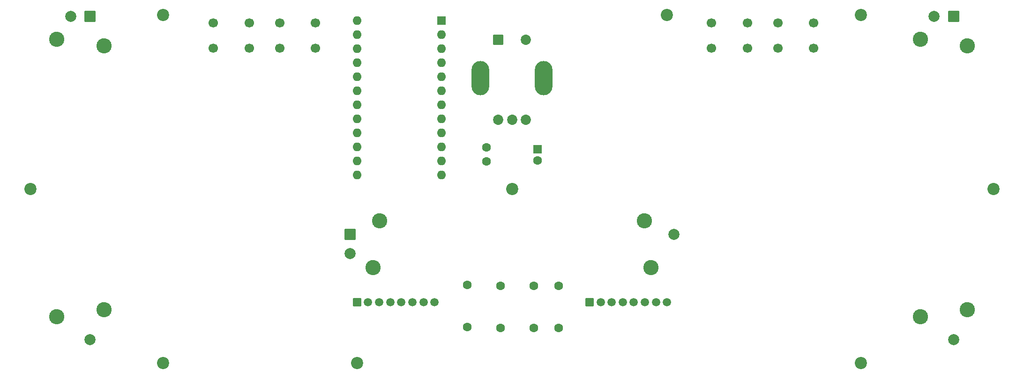
<source format=gbr>
%TF.GenerationSoftware,KiCad,Pcbnew,9.0.7*%
%TF.CreationDate,2026-01-26T22:48:02-06:00*%
%TF.ProjectId,FADETUBE_MIDI,46414445-5455-4424-955f-4d4944492e6b,rev?*%
%TF.SameCoordinates,Original*%
%TF.FileFunction,Soldermask,Bot*%
%TF.FilePolarity,Negative*%
%FSLAX46Y46*%
G04 Gerber Fmt 4.6, Leading zero omitted, Abs format (unit mm)*
G04 Created by KiCad (PCBNEW 9.0.7) date 2026-01-26 22:48:02*
%MOMM*%
%LPD*%
G01*
G04 APERTURE LIST*
G04 Aperture macros list*
%AMRoundRect*
0 Rectangle with rounded corners*
0 $1 Rounding radius*
0 $2 $3 $4 $5 $6 $7 $8 $9 X,Y pos of 4 corners*
0 Add a 4 corners polygon primitive as box body*
4,1,4,$2,$3,$4,$5,$6,$7,$8,$9,$2,$3,0*
0 Add four circle primitives for the rounded corners*
1,1,$1+$1,$2,$3*
1,1,$1+$1,$4,$5*
1,1,$1+$1,$6,$7*
1,1,$1+$1,$8,$9*
0 Add four rect primitives between the rounded corners*
20,1,$1+$1,$2,$3,$4,$5,0*
20,1,$1+$1,$4,$5,$6,$7,0*
20,1,$1+$1,$6,$7,$8,$9,0*
20,1,$1+$1,$8,$9,$2,$3,0*%
G04 Aperture macros list end*
%ADD10C,1.600000*%
%ADD11RoundRect,0.102000X-0.825000X-0.825000X0.825000X-0.825000X0.825000X0.825000X-0.825000X0.825000X0*%
%ADD12C,1.854000*%
%ADD13O,3.204000X6.204000*%
%ADD14C,2.200000*%
%ADD15RoundRect,0.250000X-0.550000X0.550000X-0.550000X-0.550000X0.550000X-0.550000X0.550000X0.550000X0*%
%ADD16C,1.700000*%
%ADD17RoundRect,0.102000X-0.900000X0.900000X-0.900000X-0.900000X0.900000X-0.900000X0.900000X0.900000X0*%
%ADD18C,2.004000*%
%ADD19C,2.754000*%
%ADD20RoundRect,0.102000X-0.900000X-0.900000X0.900000X-0.900000X0.900000X0.900000X-0.900000X0.900000X0*%
%ADD21RoundRect,0.102000X0.654000X0.654000X-0.654000X0.654000X-0.654000X-0.654000X0.654000X-0.654000X0*%
%ADD22C,1.512000*%
%ADD23R,1.600000X1.600000*%
%ADD24O,1.600000X1.600000*%
G04 APERTURE END LIST*
D10*
%TO.C,C1*%
X-4630000Y4980000D03*
X-4630000Y7480000D03*
%TD*%
D11*
%TO.C,ROTARY_ENCODER_BTN1*%
X-2500000Y27000000D03*
D12*
X2500000Y27000000D03*
X-2500000Y12500000D03*
X2500000Y12500000D03*
X0Y12500000D03*
D13*
X-5700000Y20000000D03*
X5700000Y20000000D03*
%TD*%
D14*
%TO.C,H3*%
X-28000000Y-31500000D03*
%TD*%
D15*
%TO.C,C2*%
X4580000Y7135100D03*
D10*
X4580000Y5135100D03*
%TD*%
D16*
%TO.C,BTN_B_LOOP_IN1*%
X36000000Y30000000D03*
X42500000Y30000000D03*
X36000000Y25500000D03*
X42500000Y25500000D03*
%TD*%
D17*
%TO.C,FADER_TEMPO_A1*%
X79750000Y31250000D03*
D18*
X76250000Y31250000D03*
X79750000Y-27250000D03*
D19*
X82250000Y25900000D03*
X73750000Y27100000D03*
X82250000Y-21900000D03*
X73750000Y-23100000D03*
%TD*%
D10*
%TO.C,R_PLAY_A1*%
X-8100000Y-24990000D03*
X-8100000Y-17370000D03*
%TD*%
D20*
%TO.C,FADER_CROSSFADER1*%
X-29250000Y-8250000D03*
D18*
X-29250000Y-11750000D03*
X29250000Y-8250000D03*
D19*
X-23900000Y-5750000D03*
X-25100000Y-14250000D03*
X23900000Y-5750000D03*
X25100000Y-14250000D03*
%TD*%
D14*
%TO.C,H6*%
X63000000Y31500000D03*
%TD*%
%TO.C,H5*%
X87000000Y0D03*
%TD*%
%TO.C,H1*%
X0Y0D03*
%TD*%
D16*
%TO.C,BTN_A_LOOP_IN1*%
X-54000000Y30000000D03*
X-47500000Y30000000D03*
X-54000000Y25500000D03*
X-47500000Y25500000D03*
%TD*%
D10*
%TO.C,R_LOAD_A1*%
X-2100000Y-25140000D03*
X-2100000Y-17520000D03*
%TD*%
D16*
%TO.C,BTN_B_LOOP_OUT1*%
X48000000Y30000000D03*
X54500000Y30000000D03*
X48000000Y25500000D03*
X54500000Y25500000D03*
%TD*%
D14*
%TO.C,H9*%
X-63000000Y-31500000D03*
%TD*%
%TO.C,H7*%
X-63000000Y31500000D03*
%TD*%
D16*
%TO.C,BTN_A_LOOP_OUT1*%
X-42000000Y30000000D03*
X-35500000Y30000000D03*
X-42000000Y25500000D03*
X-35500000Y25500000D03*
%TD*%
D10*
%TO.C,R_LOAD_B1*%
X3900000Y-25140000D03*
X3900000Y-17520000D03*
%TD*%
%TO.C,R_PLAY_B1*%
X8400000Y-25140000D03*
X8400000Y-17520000D03*
%TD*%
D14*
%TO.C,H4*%
X63000000Y-31500000D03*
%TD*%
%TO.C,H2*%
X28000000Y31500000D03*
%TD*%
%TO.C,H8*%
X-87000000Y0D03*
%TD*%
D17*
%TO.C,FADER_TEMPO_B1*%
X-76250000Y31250000D03*
D18*
X-79750000Y31250000D03*
X-76250000Y-27250000D03*
D19*
X-73750000Y25900000D03*
X-82250000Y27100000D03*
X-73750000Y-21900000D03*
X-82250000Y-23100000D03*
%TD*%
D21*
%TO.C,J1_DECK_A1*%
X-28000000Y-20550000D03*
D22*
X-26000000Y-20550000D03*
X-24000000Y-20550000D03*
X-22000000Y-20550000D03*
X-20000000Y-20550000D03*
X-18000000Y-20550000D03*
X-16000000Y-20550000D03*
X-14000000Y-20550000D03*
%TD*%
D23*
%TO.C,ArduinoProMicroATmega32U4USBC-1*%
X-12760000Y30440000D03*
D24*
X-12760000Y27900000D03*
X-12760000Y25360000D03*
X-12760000Y22820000D03*
X-12760000Y20280000D03*
X-12760000Y17740000D03*
X-12760000Y15200000D03*
X-12760000Y12660000D03*
X-12760000Y10120000D03*
X-12760000Y7580000D03*
X-12760000Y5040000D03*
X-12760000Y2500000D03*
X-28000000Y2500000D03*
X-28000000Y5040000D03*
X-28000000Y7580000D03*
X-28000000Y10120000D03*
X-28000000Y12660000D03*
X-28000000Y15200000D03*
X-28000000Y17740000D03*
X-28000000Y20280000D03*
X-28000000Y22820000D03*
X-28000000Y25360000D03*
X-28000000Y27900000D03*
X-28000000Y30440000D03*
%TD*%
D21*
%TO.C,J2_DECK_B1*%
X14000000Y-20550000D03*
D22*
X16000000Y-20550000D03*
X18000000Y-20550000D03*
X20000000Y-20550000D03*
X22000000Y-20550000D03*
X24000000Y-20550000D03*
X26000000Y-20550000D03*
X28000000Y-20550000D03*
%TD*%
M02*

</source>
